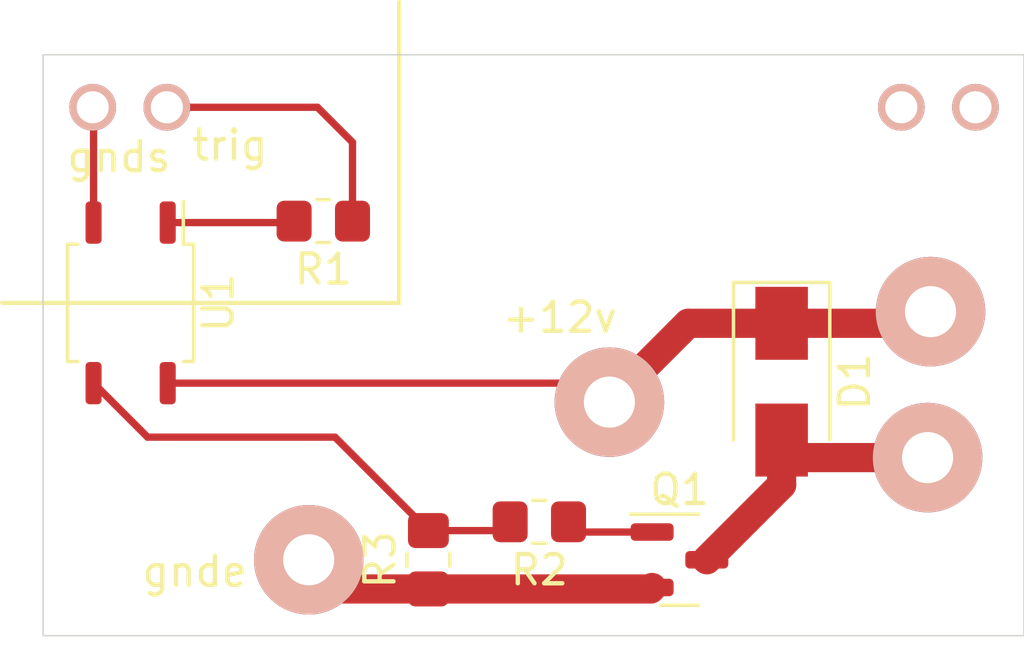
<source format=kicad_pcb>
(kicad_pcb (version 20211014) (generator pcbnew)
  (layers (0 "F.Cu" signal) (31 "B.Cu" signal) (34 "B.Paste" user) (35 "F.Paste" user) (36 "B.SilkS" user "B.Silkscreen") (37 "F.SilkS" user "F.Silkscreen") (38 "B.Mask" user) (39 "F.Mask" user) (44 "Edge.Cuts" user))
  (net 0 "")
  (net 1 "+12V")
  (net 2 "Net-(D1-Pad2)")
  (net 3 "Net-(Q1-Pad1)")
  (net 4 "GND")
  (net 5 "Net-(J3-Pad2)")
  (net 6 "Net-(R1-Pad2)")
  (net 7 "Net-(R2-Pad2)")
  (net 8 "GNDS")
  (footprint "" (layer "F.Cu") (at 93.9 80.6)
    (fp_text reference "" (at 0 0) (layer "F.SilkS") (effects (font (size 1.27 1.27))))
    (fp_text value "" (at 0 0) (layer "F.SilkS") (effects (font (size 1.27 1.27))))
    (pad "3" thru_hole circle (at 0 0 270) (size 3.75 3.75) (drill 1.75) (layers *.Cu *.Mask "B.SilkS"))
  )
  (footprint "" (layer "F.Cu") (at 115.2 72.1)
    (fp_text reference "" (at 0 0) (layer "F.SilkS") (effects (font (size 1.27 1.27))))
    (fp_text value "" (at 0 0) (layer "F.SilkS") (effects (font (size 1.27 1.27))))
    (pad "3" thru_hole circle (at 0 0 270) (size 3.75 3.75) (drill 1.75) (layers *.Cu *.Mask "B.SilkS"))
  )
  (footprint "" (layer "F.Cu") (at 115.1 77.1)
    (fp_text reference "" (at 0 0) (layer "F.SilkS") (effects (font (size 1.27 1.27))))
    (fp_text value "" (at 0 0) (layer "F.SilkS") (effects (font (size 1.27 1.27))))
    (pad "3" thru_hole circle (at 0 0 270) (size 3.75 3.75) (drill 1.75) (layers *.Cu *.Mask "B.SilkS"))
  )
  (footprint "Diode_SMD:D_SMA" (layer "F.Cu") (at 110.1 74.5 -90)
    (fp_text reference "D1" (at 0 -2.5 90) (layer "F.SilkS"))
    (fp_text value "US1M")
    (fp_line (start -3.4 1.65) (end 2 1.65) (layer "F.SilkS") (width 0.12))
    (fp_line (start -3.4 -1.65) (end -3.4 1.65) (layer "F.SilkS") (width 0.12))
    (fp_line (start -3.4 -1.65) (end 2 -1.65) (layer "F.SilkS") (width 0.12))
    (pad "1" smd rect (at -2 0 270) (size 2.5 1.8) (layers "F.Cu" "F.Paste" "F.Mask") (net 1 "+12V"))
    (pad "2" smd rect (at 2 0 270) (size 2.5 1.8) (layers "F.Cu" "F.Paste" "F.Mask") (net 2 "Net-(D1-Pad2)"))
  )
  (footprint "" (layer "F.Cu") (at 104.2 75.2)
    (fp_text reference "" (at 0 0) (layer "F.SilkS") (effects (font (size 1.27 1.27))))
    (fp_text value "" (at 0 0) (layer "F.SilkS") (effects (font (size 1.27 1.27))))
    (pad "3" thru_hole circle (at 0 0 270) (size 3.75 3.75) (drill 1.75) (layers *.Cu *.Mask "B.SilkS"))
  )
  (footprint "Resistor_SMD:R_0805_2012Metric_Pad1.20x1.40mm_HandSolder" (layer "F.Cu") (at 98 80.6 90)
    (fp_text reference "R3" (at 0 -1.65 90) (layer "F.SilkS"))
    (fp_text value "100k")
    (fp_line (start -0.227064 0.735) (end 0.227064 0.735) (layer "F.SilkS") (width 0.12))
    (fp_line (start -0.227064 -0.735) (end 0.227064 -0.735) (layer "F.SilkS") (width 0.12))
    (pad "1" smd roundrect (at -1 0 90) (size 1.2 1.4) (layers "F.Cu" "F.Paste" "F.Mask") (roundrect_rratio 0.2083333333) (net 4 "GND"))
    (pad "2" smd roundrect (at 1 0 90) (size 1.2 1.4) (layers "F.Cu" "F.Paste" "F.Mask") (roundrect_rratio 0.2083333333) (net 7 "Net-(R2-Pad2)"))
  )
  (footprint "Resistor_SMD:R_0805_2012Metric_Pad1.20x1.40mm_HandSolder" (layer "F.Cu") (at 94.4 69 180)
    (fp_text reference "R1" (at 0 -1.65) (layer "F.SilkS"))
    (fp_text value "1k")
    (fp_line (start -0.227064 0.735) (end 0.227064 0.735) (layer "F.SilkS") (width 0.12))
    (fp_line (start -0.227064 -0.735) (end 0.227064 -0.735) (layer "F.SilkS") (width 0.12))
    (pad "1" smd roundrect (at -1 0 180) (size 1.2 1.4) (layers "F.Cu" "F.Paste" "F.Mask") (roundrect_rratio 0.2083333333) (net 5 "Net-(J3-Pad2)"))
    (pad "2" smd roundrect (at 1 0 180) (size 1.2 1.4) (layers "F.Cu" "F.Paste" "F.Mask") (roundrect_rratio 0.2083333333) (net 6 "Net-(R1-Pad2)"))
  )
  (footprint "Package_SO:SOP-4_3.8x4.1mm_P2.54mm" (layer "F.Cu") (at 87.8 71.8 -90)
    (fp_text reference "U1" (at 0 -3 90) (layer "F.SilkS"))
    (fp_text value "EL357N(C)(TA)-G")
    (fp_line (start 0 2.16) (end 2.01 2.16) (layer "F.SilkS") (width 0.12))
    (fp_line (start -2.01 -1.805) (end -3.475 -1.805) (layer "F.SilkS") (width 0.12))
    (fp_line (start 2.01 -2.16) (end 2.01 -1.805) (layer "F.SilkS") (width 0.12))
    (fp_line (start 2.01 2.16) (end 2.01 1.805) (layer "F.SilkS") (width 0.12))
    (fp_line (start -2.01 -2.16) (end -2.01 -1.805) (layer "F.SilkS") (width 0.12))
    (fp_line (start 0 -2.16) (end 2.01 -2.16) (layer "F.SilkS") (width 0.12))
    (fp_line (start 0 2.16) (end -2.01 2.16) (layer "F.SilkS") (width 0.12))
    (fp_line (start -2.01 2.16) (end -2.01 1.805) (layer "F.SilkS") (width 0.12))
    (fp_line (start 0 -2.16) (end -2.01 -2.16) (layer "F.SilkS") (width 0.12))
    (pad "1" smd roundrect (at -2.75 -1.27 270) (size 1.45 0.55) (layers "F.Cu" "F.Paste" "F.Mask") (net 6 "Net-(R1-Pad2)"))
    (pad "2" smd roundrect (at -2.75 1.27 270) (size 1.45 0.55) (layers "F.Cu" "F.Paste" "F.Mask") (net 8 "GNDS"))
    (pad "3" smd roundrect (at 2.75 1.27 270) (size 1.45 0.55) (layers "F.Cu" "F.Paste" "F.Mask") (net 7 "Net-(R2-Pad2)"))
    (pad "4" smd roundrect (at 2.75 -1.27 270) (size 1.45 0.55) (layers "F.Cu" "F.Paste" "F.Mask") (net 1 "+12V"))
  )
  (footprint "Package_TO_SOT_SMD:SOT-23" (layer "F.Cu") (at 106.6 80.6)
    (fp_text reference "Q1" (at 0 -2.4) (layer "F.SilkS"))
    (fp_text value "AO3400A")
    (fp_line (start 0 -1.56) (end 0.65 -1.56) (layer "F.SilkS") (width 0.12))
    (fp_line (start 0 1.56) (end -0.65 1.56) (layer "F.SilkS") (width 0.12))
    (fp_line (start 0 -1.56) (end -1.675 -1.56) (layer "F.SilkS") (width 0.12))
    (fp_line (start 0 1.56) (end 0.65 1.56) (layer "F.SilkS") (width 0.12))
    (pad "1" smd roundrect (at -0.9375 -0.95) (size 1.475 0.6) (layers "F.Cu" "F.Paste" "F.Mask") (net 3 "Net-(Q1-Pad1)"))
    (pad "2" smd roundrect (at -0.9375 0.95) (size 1.475 0.6) (layers "F.Cu" "F.Paste" "F.Mask") (net 4 "GND"))
    (pad "3" smd roundrect (at 0.9375 0) (size 1.475 0.6) (layers "F.Cu" "F.Paste" "F.Mask") (net 2 "Net-(D1-Pad2)"))
  )
  (footprint "Resistor_SMD:R_0805_2012Metric_Pad1.20x1.40mm_HandSolder" (layer "F.Cu") (at 101.8 79.3 180)
    (fp_text reference "R2" (at 0 -1.65) (layer "F.SilkS"))
    (fp_text value "1k")
    (fp_line (start -0.227064 -0.735) (end 0.227064 -0.735) (layer "F.SilkS") (width 0.12))
    (fp_line (start -0.227064 0.735) (end 0.227064 0.735) (layer "F.SilkS") (width 0.12))
    (pad "1" smd roundrect (at -1 0 180) (size 1.2 1.4) (layers "F.Cu" "F.Paste" "F.Mask") (roundrect_rratio 0.2083333333) (net 3 "Net-(Q1-Pad1)"))
    (pad "2" smd roundrect (at 1 0 180) (size 1.2 1.4) (layers "F.Cu" "F.Paste" "F.Mask") (roundrect_rratio 0.2083333333) (net 7 "Net-(R2-Pad2)"))
  )
  (footprint "" (layer "B.Cu") (at 114.2 65.1 180)
    (fp_text reference "" (at 0 0) (layer "B.SilkS") (effects (font (size 1.27 1.27)) (justify mirror)))
    (fp_text value "" (at 0 0) (layer "B.SilkS") (effects (font (size 1.27 1.27)) (justify mirror)))
    (pad "3" thru_hole circle (at 0 0 270) (size 1.6 1.6) (drill 1.1) (layers *.Cu *.Mask "B.SilkS"))
  )
  (footprint "" (layer "B.Cu") (at 116.74 65.1 180)
    (fp_text reference "" (at 0 0) (layer "B.SilkS") (effects (font (size 1.27 1.27)) (justify mirror)))
    (fp_text value "" (at 0 0) (layer "B.SilkS") (effects (font (size 1.27 1.27)) (justify mirror)))
    (pad "12" thru_hole circle (at 0 0 270) (size 1.6 1.6) (drill 1.1) (layers *.Cu *.Mask "B.SilkS"))
  )
  (footprint "" (layer "B.Cu") (at 86.5 65.1 180)
    (fp_text reference "" (at 0 0) (layer "B.SilkS") (effects (font (size 1.27 1.27)) (justify mirror)))
    (fp_text value "" (at 0 0) (layer "B.SilkS") (effects (font (size 1.27 1.27)) (justify mirror)))
    (pad "3" thru_hole circle (at 0 0 270) (size 1.6 1.6) (drill 1.1) (layers *.Cu *.Mask "B.SilkS"))
  )
  (footprint "" (layer "B.Cu") (at 89.04 65.1 180)
    (fp_text reference "" (at 0 0) (layer "B.SilkS") (effects (font (size 1.27 1.27)) (justify mirror)))
    (fp_text value "" (at 0 0) (layer "B.SilkS") (effects (font (size 1.27 1.27)) (justify mirror)))
    (pad "12" thru_hole circle (at 0 0 270) (size 1.6 1.6) (drill 1.1) (layers *.Cu *.Mask "B.SilkS"))
  )
  (gr_line (start 97 71.8) (end 97 61.5) (layer "F.SilkS") (width 0.15))
  (gr_line (start 83.4 71.8) (end 97 71.8) (layer "F.SilkS") (width 0.15))
  (gr_rect (start 84.8 63.3) (end 118.4 83.2) (layer "Edge.Cuts") (width 0.05) (fill none))
  (gr_text "trig" (at 91.2 66.4) (layer "F.SilkS") (effects (font (size 1 1))))
  (gr_text "gnds" (at 87.4 66.8) (layer "F.SilkS") (effects (font (size 1 1))))
  (gr_text "gnde" (at 90 81) (layer "F.SilkS") (effects (font (size 1 1))))
  (gr_text "+12v" (at 102.5 72.3) (layer "F.SilkS") (effects (font (size 1 1))))
  (segment (start 106.6 72.8) (end 106.9 72.5) (width 1) (layer "F.Cu") (net 1))
  (segment (start 89.07 74.55) (end 103.55 74.55) (width 0.25) (layer "F.Cu") (net 1))
  (segment (start 104.2 75.2) (end 106.6 72.8) (width 1) (layer "F.Cu") (net 1))
  (segment (start 106.9 72.5) (end 110.1 72.5) (width 1) (layer "F.Cu") (net 1))
  (segment (start 110.1 72.5) (end 114.8 72.5) (width 1) (layer "F.Cu") (net 1))
  (segment (start 103.55 74.55) (end 104.2 75.2) (width 0.25) (layer "F.Cu") (net 1))
  (segment (start 114.8 72.5) (end 115.2 72.1) (width 1) (layer "F.Cu") (net 1))
  (segment (start 110.1 76.5) (end 110.1 78.0375) (width 1) (layer "F.Cu") (net 2))
  (segment (start 115.1 77.1) (end 110.7 77.1) (width 1) (layer "F.Cu") (net 2))
  (segment (start 110.7 77.1) (end 110.1 76.5) (width 1) (layer "F.Cu") (net 2))
  (segment (start 110.1 78.0375) (end 107.5375 80.6) (width 1) (layer "F.Cu") (net 2))
  (segment (start 105.6625 79.65) (end 103.15 79.65) (width 0.25) (layer "F.Cu") (net 3))
  (segment (start 103.15 79.65) (end 102.8 79.3) (width 0.25) (layer "F.Cu") (net 3))
  (segment (start 94.9 81.6) (end 93.9 80.6) (width 1) (layer "F.Cu") (net 4))
  (segment (start 98 81.6) (end 94.9 81.6) (width 1) (layer "F.Cu") (net 4))
  (segment (start 105.6125 81.6) (end 105.6625 81.55) (width 1) (layer "F.Cu") (net 4))
  (segment (start 98 81.6) (end 105.6125 81.6) (width 1) (layer "F.Cu") (net 4))
  (segment (start 95.4 66.3) (end 95.4 69) (width 0.25) (layer "F.Cu") (net 5))
  (segment (start 94.2 65.1) (end 95.4 66.3) (width 0.25) (layer "F.Cu") (net 5))
  (segment (start 89.04 65.1) (end 94.2 65.1) (width 0.25) (layer "F.Cu") (net 5))
  (segment (start 89.07 69.05) (end 93.35 69.05) (width 0.25) (layer "F.Cu") (net 6))
  (segment (start 93.35 69.05) (end 93.4 69) (width 0.25) (layer "F.Cu") (net 6))
  (segment (start 94.8 76.4) (end 98 79.6) (width 0.25) (layer "F.Cu") (net 7))
  (segment (start 98 79.6) (end 100.5 79.6) (width 0.25) (layer "F.Cu") (net 7))
  (segment (start 88.38 76.4) (end 94.8 76.4) (width 0.25) (layer "F.Cu") (net 7))
  (segment (start 100.5 79.6) (end 100.8 79.3) (width 0.25) (layer "F.Cu") (net 7))
  (segment (start 86.53 74.55) (end 88.38 76.4) (width 0.25) (layer "F.Cu") (net 7))
  (segment (start 86.53 69.05) (end 86.53 65.13) (width 0.25) (layer "F.Cu") (net 8))
  (segment (start 86.53 65.13) (end 86.5 65.1) (width 0.25) (layer "F.Cu") (net 8))
)
</source>
